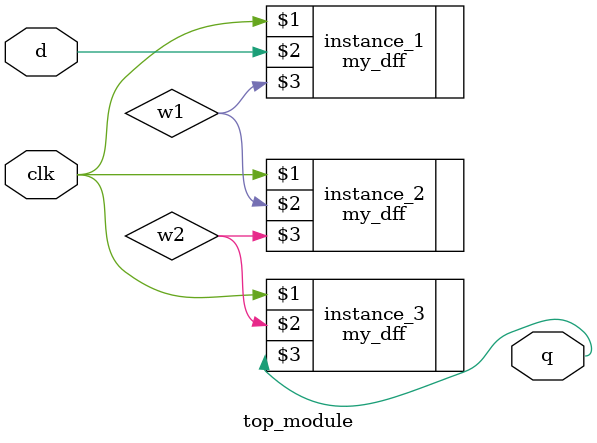
<source format=v>
module top_module ( input clk, input d, output q );
    wire w1, w2;

    my_dff instance_1(clk, d, w1),
    	   instance_2(clk, w1, w2),
    	   instance_3(clk, w2, q);

endmodule

</source>
